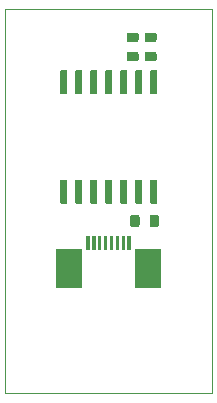
<source format=gtp>
G04 #@! TF.GenerationSoftware,KiCad,Pcbnew,(5.1.5-0-10_14)*
G04 #@! TF.CreationDate,2020-04-13T12:38:15+03:00*
G04 #@! TF.ProjectId,npa700-breakout-b1,6e706137-3030-42d6-9272-65616b6f7574,rev?*
G04 #@! TF.SameCoordinates,Original*
G04 #@! TF.FileFunction,Paste,Top*
G04 #@! TF.FilePolarity,Positive*
%FSLAX46Y46*%
G04 Gerber Fmt 4.6, Leading zero omitted, Abs format (unit mm)*
G04 Created by KiCad (PCBNEW (5.1.5-0-10_14)) date 2020-04-13 12:38:15*
%MOMM*%
%LPD*%
G04 APERTURE LIST*
%ADD10C,0.010000*%
%ADD11C,0.100000*%
G04 APERTURE END LIST*
D10*
X83250001Y-111000000D02*
X83250000Y-78490000D01*
X100750000Y-78490000D02*
X100749999Y-111000000D01*
X100750000Y-78490000D02*
X83250000Y-78490000D01*
X100749999Y-111000000D02*
X83250001Y-111000000D01*
D11*
G36*
X96077579Y-95890963D02*
G01*
X96096996Y-95893843D01*
X96116038Y-95898613D01*
X96134520Y-95905226D01*
X96152265Y-95913619D01*
X96169102Y-95923711D01*
X96184869Y-95935404D01*
X96199413Y-95948587D01*
X96212596Y-95963131D01*
X96224289Y-95978898D01*
X96234381Y-95995735D01*
X96242774Y-96013480D01*
X96249387Y-96031962D01*
X96254157Y-96051004D01*
X96257037Y-96070421D01*
X96258000Y-96090027D01*
X96258000Y-96709973D01*
X96257037Y-96729579D01*
X96254157Y-96748996D01*
X96249387Y-96768038D01*
X96242774Y-96786520D01*
X96234381Y-96804265D01*
X96224289Y-96821102D01*
X96212596Y-96836869D01*
X96199413Y-96851413D01*
X96184869Y-96864596D01*
X96169102Y-96876289D01*
X96152265Y-96886381D01*
X96134520Y-96894774D01*
X96116038Y-96901387D01*
X96096996Y-96906157D01*
X96077579Y-96909037D01*
X96057973Y-96910000D01*
X95668027Y-96910000D01*
X95648421Y-96909037D01*
X95629004Y-96906157D01*
X95609962Y-96901387D01*
X95591480Y-96894774D01*
X95573735Y-96886381D01*
X95556898Y-96876289D01*
X95541131Y-96864596D01*
X95526587Y-96851413D01*
X95513404Y-96836869D01*
X95501711Y-96821102D01*
X95491619Y-96804265D01*
X95483226Y-96786520D01*
X95476613Y-96768038D01*
X95471843Y-96748996D01*
X95468963Y-96729579D01*
X95468000Y-96709973D01*
X95468000Y-96090027D01*
X95468963Y-96070421D01*
X95471843Y-96051004D01*
X95476613Y-96031962D01*
X95483226Y-96013480D01*
X95491619Y-95995735D01*
X95501711Y-95978898D01*
X95513404Y-95963131D01*
X95526587Y-95948587D01*
X95541131Y-95935404D01*
X95556898Y-95923711D01*
X95573735Y-95913619D01*
X95591480Y-95905226D01*
X95609962Y-95898613D01*
X95629004Y-95893843D01*
X95648421Y-95890963D01*
X95668027Y-95890000D01*
X96057973Y-95890000D01*
X96077579Y-95890963D01*
G37*
G36*
X94447579Y-95890963D02*
G01*
X94466996Y-95893843D01*
X94486038Y-95898613D01*
X94504520Y-95905226D01*
X94522265Y-95913619D01*
X94539102Y-95923711D01*
X94554869Y-95935404D01*
X94569413Y-95948587D01*
X94582596Y-95963131D01*
X94594289Y-95978898D01*
X94604381Y-95995735D01*
X94612774Y-96013480D01*
X94619387Y-96031962D01*
X94624157Y-96051004D01*
X94627037Y-96070421D01*
X94628000Y-96090027D01*
X94628000Y-96709973D01*
X94627037Y-96729579D01*
X94624157Y-96748996D01*
X94619387Y-96768038D01*
X94612774Y-96786520D01*
X94604381Y-96804265D01*
X94594289Y-96821102D01*
X94582596Y-96836869D01*
X94569413Y-96851413D01*
X94554869Y-96864596D01*
X94539102Y-96876289D01*
X94522265Y-96886381D01*
X94504520Y-96894774D01*
X94486038Y-96901387D01*
X94466996Y-96906157D01*
X94447579Y-96909037D01*
X94427973Y-96910000D01*
X94038027Y-96910000D01*
X94018421Y-96909037D01*
X93999004Y-96906157D01*
X93979962Y-96901387D01*
X93961480Y-96894774D01*
X93943735Y-96886381D01*
X93926898Y-96876289D01*
X93911131Y-96864596D01*
X93896587Y-96851413D01*
X93883404Y-96836869D01*
X93871711Y-96821102D01*
X93861619Y-96804265D01*
X93853226Y-96786520D01*
X93846613Y-96768038D01*
X93841843Y-96748996D01*
X93838963Y-96729579D01*
X93838000Y-96709973D01*
X93838000Y-96090027D01*
X93838963Y-96070421D01*
X93841843Y-96051004D01*
X93846613Y-96031962D01*
X93853226Y-96013480D01*
X93861619Y-95995735D01*
X93871711Y-95978898D01*
X93883404Y-95963131D01*
X93896587Y-95948587D01*
X93911131Y-95935404D01*
X93926898Y-95923711D01*
X93943735Y-95913619D01*
X93961480Y-95905226D01*
X93979962Y-95898613D01*
X93999004Y-95893843D01*
X94018421Y-95890963D01*
X94038027Y-95890000D01*
X94427973Y-95890000D01*
X94447579Y-95890963D01*
G37*
G36*
X94361579Y-80458963D02*
G01*
X94380996Y-80461843D01*
X94400038Y-80466613D01*
X94418520Y-80473226D01*
X94436265Y-80481619D01*
X94453102Y-80491711D01*
X94468869Y-80503404D01*
X94483413Y-80516587D01*
X94496596Y-80531131D01*
X94508289Y-80546898D01*
X94518381Y-80563735D01*
X94526774Y-80581480D01*
X94533387Y-80599962D01*
X94538157Y-80619004D01*
X94541037Y-80638421D01*
X94542000Y-80658027D01*
X94542000Y-81047973D01*
X94541037Y-81067579D01*
X94538157Y-81086996D01*
X94533387Y-81106038D01*
X94526774Y-81124520D01*
X94518381Y-81142265D01*
X94508289Y-81159102D01*
X94496596Y-81174869D01*
X94483413Y-81189413D01*
X94468869Y-81202596D01*
X94453102Y-81214289D01*
X94436265Y-81224381D01*
X94418520Y-81232774D01*
X94400038Y-81239387D01*
X94380996Y-81244157D01*
X94361579Y-81247037D01*
X94341973Y-81248000D01*
X93722027Y-81248000D01*
X93702421Y-81247037D01*
X93683004Y-81244157D01*
X93663962Y-81239387D01*
X93645480Y-81232774D01*
X93627735Y-81224381D01*
X93610898Y-81214289D01*
X93595131Y-81202596D01*
X93580587Y-81189413D01*
X93567404Y-81174869D01*
X93555711Y-81159102D01*
X93545619Y-81142265D01*
X93537226Y-81124520D01*
X93530613Y-81106038D01*
X93525843Y-81086996D01*
X93522963Y-81067579D01*
X93522000Y-81047973D01*
X93522000Y-80658027D01*
X93522963Y-80638421D01*
X93525843Y-80619004D01*
X93530613Y-80599962D01*
X93537226Y-80581480D01*
X93545619Y-80563735D01*
X93555711Y-80546898D01*
X93567404Y-80531131D01*
X93580587Y-80516587D01*
X93595131Y-80503404D01*
X93610898Y-80491711D01*
X93627735Y-80481619D01*
X93645480Y-80473226D01*
X93663962Y-80466613D01*
X93683004Y-80461843D01*
X93702421Y-80458963D01*
X93722027Y-80458000D01*
X94341973Y-80458000D01*
X94361579Y-80458963D01*
G37*
G36*
X94361579Y-82088963D02*
G01*
X94380996Y-82091843D01*
X94400038Y-82096613D01*
X94418520Y-82103226D01*
X94436265Y-82111619D01*
X94453102Y-82121711D01*
X94468869Y-82133404D01*
X94483413Y-82146587D01*
X94496596Y-82161131D01*
X94508289Y-82176898D01*
X94518381Y-82193735D01*
X94526774Y-82211480D01*
X94533387Y-82229962D01*
X94538157Y-82249004D01*
X94541037Y-82268421D01*
X94542000Y-82288027D01*
X94542000Y-82677973D01*
X94541037Y-82697579D01*
X94538157Y-82716996D01*
X94533387Y-82736038D01*
X94526774Y-82754520D01*
X94518381Y-82772265D01*
X94508289Y-82789102D01*
X94496596Y-82804869D01*
X94483413Y-82819413D01*
X94468869Y-82832596D01*
X94453102Y-82844289D01*
X94436265Y-82854381D01*
X94418520Y-82862774D01*
X94400038Y-82869387D01*
X94380996Y-82874157D01*
X94361579Y-82877037D01*
X94341973Y-82878000D01*
X93722027Y-82878000D01*
X93702421Y-82877037D01*
X93683004Y-82874157D01*
X93663962Y-82869387D01*
X93645480Y-82862774D01*
X93627735Y-82854381D01*
X93610898Y-82844289D01*
X93595131Y-82832596D01*
X93580587Y-82819413D01*
X93567404Y-82804869D01*
X93555711Y-82789102D01*
X93545619Y-82772265D01*
X93537226Y-82754520D01*
X93530613Y-82736038D01*
X93525843Y-82716996D01*
X93522963Y-82697579D01*
X93522000Y-82677973D01*
X93522000Y-82288027D01*
X93522963Y-82268421D01*
X93525843Y-82249004D01*
X93530613Y-82229962D01*
X93537226Y-82211480D01*
X93545619Y-82193735D01*
X93555711Y-82176898D01*
X93567404Y-82161131D01*
X93580587Y-82146587D01*
X93595131Y-82133404D01*
X93610898Y-82121711D01*
X93627735Y-82111619D01*
X93645480Y-82103226D01*
X93663962Y-82096613D01*
X93683004Y-82091843D01*
X93702421Y-82088963D01*
X93722027Y-82088000D01*
X94341973Y-82088000D01*
X94361579Y-82088963D01*
G37*
G36*
X95885579Y-82088963D02*
G01*
X95904996Y-82091843D01*
X95924038Y-82096613D01*
X95942520Y-82103226D01*
X95960265Y-82111619D01*
X95977102Y-82121711D01*
X95992869Y-82133404D01*
X96007413Y-82146587D01*
X96020596Y-82161131D01*
X96032289Y-82176898D01*
X96042381Y-82193735D01*
X96050774Y-82211480D01*
X96057387Y-82229962D01*
X96062157Y-82249004D01*
X96065037Y-82268421D01*
X96066000Y-82288027D01*
X96066000Y-82677973D01*
X96065037Y-82697579D01*
X96062157Y-82716996D01*
X96057387Y-82736038D01*
X96050774Y-82754520D01*
X96042381Y-82772265D01*
X96032289Y-82789102D01*
X96020596Y-82804869D01*
X96007413Y-82819413D01*
X95992869Y-82832596D01*
X95977102Y-82844289D01*
X95960265Y-82854381D01*
X95942520Y-82862774D01*
X95924038Y-82869387D01*
X95904996Y-82874157D01*
X95885579Y-82877037D01*
X95865973Y-82878000D01*
X95246027Y-82878000D01*
X95226421Y-82877037D01*
X95207004Y-82874157D01*
X95187962Y-82869387D01*
X95169480Y-82862774D01*
X95151735Y-82854381D01*
X95134898Y-82844289D01*
X95119131Y-82832596D01*
X95104587Y-82819413D01*
X95091404Y-82804869D01*
X95079711Y-82789102D01*
X95069619Y-82772265D01*
X95061226Y-82754520D01*
X95054613Y-82736038D01*
X95049843Y-82716996D01*
X95046963Y-82697579D01*
X95046000Y-82677973D01*
X95046000Y-82288027D01*
X95046963Y-82268421D01*
X95049843Y-82249004D01*
X95054613Y-82229962D01*
X95061226Y-82211480D01*
X95069619Y-82193735D01*
X95079711Y-82176898D01*
X95091404Y-82161131D01*
X95104587Y-82146587D01*
X95119131Y-82133404D01*
X95134898Y-82121711D01*
X95151735Y-82111619D01*
X95169480Y-82103226D01*
X95187962Y-82096613D01*
X95207004Y-82091843D01*
X95226421Y-82088963D01*
X95246027Y-82088000D01*
X95865973Y-82088000D01*
X95885579Y-82088963D01*
G37*
G36*
X95885579Y-80458963D02*
G01*
X95904996Y-80461843D01*
X95924038Y-80466613D01*
X95942520Y-80473226D01*
X95960265Y-80481619D01*
X95977102Y-80491711D01*
X95992869Y-80503404D01*
X96007413Y-80516587D01*
X96020596Y-80531131D01*
X96032289Y-80546898D01*
X96042381Y-80563735D01*
X96050774Y-80581480D01*
X96057387Y-80599962D01*
X96062157Y-80619004D01*
X96065037Y-80638421D01*
X96066000Y-80658027D01*
X96066000Y-81047973D01*
X96065037Y-81067579D01*
X96062157Y-81086996D01*
X96057387Y-81106038D01*
X96050774Y-81124520D01*
X96042381Y-81142265D01*
X96032289Y-81159102D01*
X96020596Y-81174869D01*
X96007413Y-81189413D01*
X95992869Y-81202596D01*
X95977102Y-81214289D01*
X95960265Y-81224381D01*
X95942520Y-81232774D01*
X95924038Y-81239387D01*
X95904996Y-81244157D01*
X95885579Y-81247037D01*
X95865973Y-81248000D01*
X95246027Y-81248000D01*
X95226421Y-81247037D01*
X95207004Y-81244157D01*
X95187962Y-81239387D01*
X95169480Y-81232774D01*
X95151735Y-81224381D01*
X95134898Y-81214289D01*
X95119131Y-81202596D01*
X95104587Y-81189413D01*
X95091404Y-81174869D01*
X95079711Y-81159102D01*
X95069619Y-81142265D01*
X95061226Y-81124520D01*
X95054613Y-81106038D01*
X95049843Y-81086996D01*
X95046963Y-81067579D01*
X95046000Y-81047973D01*
X95046000Y-80658027D01*
X95046963Y-80638421D01*
X95049843Y-80619004D01*
X95054613Y-80599962D01*
X95061226Y-80581480D01*
X95069619Y-80563735D01*
X95079711Y-80546898D01*
X95091404Y-80531131D01*
X95104587Y-80516587D01*
X95119131Y-80503404D01*
X95134898Y-80491711D01*
X95151735Y-80481619D01*
X95169480Y-80473226D01*
X95187962Y-80466613D01*
X95207004Y-80461843D01*
X95226421Y-80458963D01*
X95246027Y-80458000D01*
X95865973Y-80458000D01*
X95885579Y-80458963D01*
G37*
G36*
X88354703Y-92913722D02*
G01*
X88369264Y-92915882D01*
X88383543Y-92919459D01*
X88397403Y-92924418D01*
X88410710Y-92930712D01*
X88423336Y-92938280D01*
X88435159Y-92947048D01*
X88446066Y-92956934D01*
X88455952Y-92967841D01*
X88464720Y-92979664D01*
X88472288Y-92992290D01*
X88478582Y-93005597D01*
X88483541Y-93019457D01*
X88487118Y-93033736D01*
X88489278Y-93048297D01*
X88490000Y-93063000D01*
X88490000Y-94813000D01*
X88489278Y-94827703D01*
X88487118Y-94842264D01*
X88483541Y-94856543D01*
X88478582Y-94870403D01*
X88472288Y-94883710D01*
X88464720Y-94896336D01*
X88455952Y-94908159D01*
X88446066Y-94919066D01*
X88435159Y-94928952D01*
X88423336Y-94937720D01*
X88410710Y-94945288D01*
X88397403Y-94951582D01*
X88383543Y-94956541D01*
X88369264Y-94960118D01*
X88354703Y-94962278D01*
X88340000Y-94963000D01*
X88040000Y-94963000D01*
X88025297Y-94962278D01*
X88010736Y-94960118D01*
X87996457Y-94956541D01*
X87982597Y-94951582D01*
X87969290Y-94945288D01*
X87956664Y-94937720D01*
X87944841Y-94928952D01*
X87933934Y-94919066D01*
X87924048Y-94908159D01*
X87915280Y-94896336D01*
X87907712Y-94883710D01*
X87901418Y-94870403D01*
X87896459Y-94856543D01*
X87892882Y-94842264D01*
X87890722Y-94827703D01*
X87890000Y-94813000D01*
X87890000Y-93063000D01*
X87890722Y-93048297D01*
X87892882Y-93033736D01*
X87896459Y-93019457D01*
X87901418Y-93005597D01*
X87907712Y-92992290D01*
X87915280Y-92979664D01*
X87924048Y-92967841D01*
X87933934Y-92956934D01*
X87944841Y-92947048D01*
X87956664Y-92938280D01*
X87969290Y-92930712D01*
X87982597Y-92924418D01*
X87996457Y-92919459D01*
X88010736Y-92915882D01*
X88025297Y-92913722D01*
X88040000Y-92913000D01*
X88340000Y-92913000D01*
X88354703Y-92913722D01*
G37*
G36*
X89624703Y-92913722D02*
G01*
X89639264Y-92915882D01*
X89653543Y-92919459D01*
X89667403Y-92924418D01*
X89680710Y-92930712D01*
X89693336Y-92938280D01*
X89705159Y-92947048D01*
X89716066Y-92956934D01*
X89725952Y-92967841D01*
X89734720Y-92979664D01*
X89742288Y-92992290D01*
X89748582Y-93005597D01*
X89753541Y-93019457D01*
X89757118Y-93033736D01*
X89759278Y-93048297D01*
X89760000Y-93063000D01*
X89760000Y-94813000D01*
X89759278Y-94827703D01*
X89757118Y-94842264D01*
X89753541Y-94856543D01*
X89748582Y-94870403D01*
X89742288Y-94883710D01*
X89734720Y-94896336D01*
X89725952Y-94908159D01*
X89716066Y-94919066D01*
X89705159Y-94928952D01*
X89693336Y-94937720D01*
X89680710Y-94945288D01*
X89667403Y-94951582D01*
X89653543Y-94956541D01*
X89639264Y-94960118D01*
X89624703Y-94962278D01*
X89610000Y-94963000D01*
X89310000Y-94963000D01*
X89295297Y-94962278D01*
X89280736Y-94960118D01*
X89266457Y-94956541D01*
X89252597Y-94951582D01*
X89239290Y-94945288D01*
X89226664Y-94937720D01*
X89214841Y-94928952D01*
X89203934Y-94919066D01*
X89194048Y-94908159D01*
X89185280Y-94896336D01*
X89177712Y-94883710D01*
X89171418Y-94870403D01*
X89166459Y-94856543D01*
X89162882Y-94842264D01*
X89160722Y-94827703D01*
X89160000Y-94813000D01*
X89160000Y-93063000D01*
X89160722Y-93048297D01*
X89162882Y-93033736D01*
X89166459Y-93019457D01*
X89171418Y-93005597D01*
X89177712Y-92992290D01*
X89185280Y-92979664D01*
X89194048Y-92967841D01*
X89203934Y-92956934D01*
X89214841Y-92947048D01*
X89226664Y-92938280D01*
X89239290Y-92930712D01*
X89252597Y-92924418D01*
X89266457Y-92919459D01*
X89280736Y-92915882D01*
X89295297Y-92913722D01*
X89310000Y-92913000D01*
X89610000Y-92913000D01*
X89624703Y-92913722D01*
G37*
G36*
X90894703Y-92913722D02*
G01*
X90909264Y-92915882D01*
X90923543Y-92919459D01*
X90937403Y-92924418D01*
X90950710Y-92930712D01*
X90963336Y-92938280D01*
X90975159Y-92947048D01*
X90986066Y-92956934D01*
X90995952Y-92967841D01*
X91004720Y-92979664D01*
X91012288Y-92992290D01*
X91018582Y-93005597D01*
X91023541Y-93019457D01*
X91027118Y-93033736D01*
X91029278Y-93048297D01*
X91030000Y-93063000D01*
X91030000Y-94813000D01*
X91029278Y-94827703D01*
X91027118Y-94842264D01*
X91023541Y-94856543D01*
X91018582Y-94870403D01*
X91012288Y-94883710D01*
X91004720Y-94896336D01*
X90995952Y-94908159D01*
X90986066Y-94919066D01*
X90975159Y-94928952D01*
X90963336Y-94937720D01*
X90950710Y-94945288D01*
X90937403Y-94951582D01*
X90923543Y-94956541D01*
X90909264Y-94960118D01*
X90894703Y-94962278D01*
X90880000Y-94963000D01*
X90580000Y-94963000D01*
X90565297Y-94962278D01*
X90550736Y-94960118D01*
X90536457Y-94956541D01*
X90522597Y-94951582D01*
X90509290Y-94945288D01*
X90496664Y-94937720D01*
X90484841Y-94928952D01*
X90473934Y-94919066D01*
X90464048Y-94908159D01*
X90455280Y-94896336D01*
X90447712Y-94883710D01*
X90441418Y-94870403D01*
X90436459Y-94856543D01*
X90432882Y-94842264D01*
X90430722Y-94827703D01*
X90430000Y-94813000D01*
X90430000Y-93063000D01*
X90430722Y-93048297D01*
X90432882Y-93033736D01*
X90436459Y-93019457D01*
X90441418Y-93005597D01*
X90447712Y-92992290D01*
X90455280Y-92979664D01*
X90464048Y-92967841D01*
X90473934Y-92956934D01*
X90484841Y-92947048D01*
X90496664Y-92938280D01*
X90509290Y-92930712D01*
X90522597Y-92924418D01*
X90536457Y-92919459D01*
X90550736Y-92915882D01*
X90565297Y-92913722D01*
X90580000Y-92913000D01*
X90880000Y-92913000D01*
X90894703Y-92913722D01*
G37*
G36*
X92164703Y-92913722D02*
G01*
X92179264Y-92915882D01*
X92193543Y-92919459D01*
X92207403Y-92924418D01*
X92220710Y-92930712D01*
X92233336Y-92938280D01*
X92245159Y-92947048D01*
X92256066Y-92956934D01*
X92265952Y-92967841D01*
X92274720Y-92979664D01*
X92282288Y-92992290D01*
X92288582Y-93005597D01*
X92293541Y-93019457D01*
X92297118Y-93033736D01*
X92299278Y-93048297D01*
X92300000Y-93063000D01*
X92300000Y-94813000D01*
X92299278Y-94827703D01*
X92297118Y-94842264D01*
X92293541Y-94856543D01*
X92288582Y-94870403D01*
X92282288Y-94883710D01*
X92274720Y-94896336D01*
X92265952Y-94908159D01*
X92256066Y-94919066D01*
X92245159Y-94928952D01*
X92233336Y-94937720D01*
X92220710Y-94945288D01*
X92207403Y-94951582D01*
X92193543Y-94956541D01*
X92179264Y-94960118D01*
X92164703Y-94962278D01*
X92150000Y-94963000D01*
X91850000Y-94963000D01*
X91835297Y-94962278D01*
X91820736Y-94960118D01*
X91806457Y-94956541D01*
X91792597Y-94951582D01*
X91779290Y-94945288D01*
X91766664Y-94937720D01*
X91754841Y-94928952D01*
X91743934Y-94919066D01*
X91734048Y-94908159D01*
X91725280Y-94896336D01*
X91717712Y-94883710D01*
X91711418Y-94870403D01*
X91706459Y-94856543D01*
X91702882Y-94842264D01*
X91700722Y-94827703D01*
X91700000Y-94813000D01*
X91700000Y-93063000D01*
X91700722Y-93048297D01*
X91702882Y-93033736D01*
X91706459Y-93019457D01*
X91711418Y-93005597D01*
X91717712Y-92992290D01*
X91725280Y-92979664D01*
X91734048Y-92967841D01*
X91743934Y-92956934D01*
X91754841Y-92947048D01*
X91766664Y-92938280D01*
X91779290Y-92930712D01*
X91792597Y-92924418D01*
X91806457Y-92919459D01*
X91820736Y-92915882D01*
X91835297Y-92913722D01*
X91850000Y-92913000D01*
X92150000Y-92913000D01*
X92164703Y-92913722D01*
G37*
G36*
X93434703Y-92913722D02*
G01*
X93449264Y-92915882D01*
X93463543Y-92919459D01*
X93477403Y-92924418D01*
X93490710Y-92930712D01*
X93503336Y-92938280D01*
X93515159Y-92947048D01*
X93526066Y-92956934D01*
X93535952Y-92967841D01*
X93544720Y-92979664D01*
X93552288Y-92992290D01*
X93558582Y-93005597D01*
X93563541Y-93019457D01*
X93567118Y-93033736D01*
X93569278Y-93048297D01*
X93570000Y-93063000D01*
X93570000Y-94813000D01*
X93569278Y-94827703D01*
X93567118Y-94842264D01*
X93563541Y-94856543D01*
X93558582Y-94870403D01*
X93552288Y-94883710D01*
X93544720Y-94896336D01*
X93535952Y-94908159D01*
X93526066Y-94919066D01*
X93515159Y-94928952D01*
X93503336Y-94937720D01*
X93490710Y-94945288D01*
X93477403Y-94951582D01*
X93463543Y-94956541D01*
X93449264Y-94960118D01*
X93434703Y-94962278D01*
X93420000Y-94963000D01*
X93120000Y-94963000D01*
X93105297Y-94962278D01*
X93090736Y-94960118D01*
X93076457Y-94956541D01*
X93062597Y-94951582D01*
X93049290Y-94945288D01*
X93036664Y-94937720D01*
X93024841Y-94928952D01*
X93013934Y-94919066D01*
X93004048Y-94908159D01*
X92995280Y-94896336D01*
X92987712Y-94883710D01*
X92981418Y-94870403D01*
X92976459Y-94856543D01*
X92972882Y-94842264D01*
X92970722Y-94827703D01*
X92970000Y-94813000D01*
X92970000Y-93063000D01*
X92970722Y-93048297D01*
X92972882Y-93033736D01*
X92976459Y-93019457D01*
X92981418Y-93005597D01*
X92987712Y-92992290D01*
X92995280Y-92979664D01*
X93004048Y-92967841D01*
X93013934Y-92956934D01*
X93024841Y-92947048D01*
X93036664Y-92938280D01*
X93049290Y-92930712D01*
X93062597Y-92924418D01*
X93076457Y-92919459D01*
X93090736Y-92915882D01*
X93105297Y-92913722D01*
X93120000Y-92913000D01*
X93420000Y-92913000D01*
X93434703Y-92913722D01*
G37*
G36*
X94704703Y-92913722D02*
G01*
X94719264Y-92915882D01*
X94733543Y-92919459D01*
X94747403Y-92924418D01*
X94760710Y-92930712D01*
X94773336Y-92938280D01*
X94785159Y-92947048D01*
X94796066Y-92956934D01*
X94805952Y-92967841D01*
X94814720Y-92979664D01*
X94822288Y-92992290D01*
X94828582Y-93005597D01*
X94833541Y-93019457D01*
X94837118Y-93033736D01*
X94839278Y-93048297D01*
X94840000Y-93063000D01*
X94840000Y-94813000D01*
X94839278Y-94827703D01*
X94837118Y-94842264D01*
X94833541Y-94856543D01*
X94828582Y-94870403D01*
X94822288Y-94883710D01*
X94814720Y-94896336D01*
X94805952Y-94908159D01*
X94796066Y-94919066D01*
X94785159Y-94928952D01*
X94773336Y-94937720D01*
X94760710Y-94945288D01*
X94747403Y-94951582D01*
X94733543Y-94956541D01*
X94719264Y-94960118D01*
X94704703Y-94962278D01*
X94690000Y-94963000D01*
X94390000Y-94963000D01*
X94375297Y-94962278D01*
X94360736Y-94960118D01*
X94346457Y-94956541D01*
X94332597Y-94951582D01*
X94319290Y-94945288D01*
X94306664Y-94937720D01*
X94294841Y-94928952D01*
X94283934Y-94919066D01*
X94274048Y-94908159D01*
X94265280Y-94896336D01*
X94257712Y-94883710D01*
X94251418Y-94870403D01*
X94246459Y-94856543D01*
X94242882Y-94842264D01*
X94240722Y-94827703D01*
X94240000Y-94813000D01*
X94240000Y-93063000D01*
X94240722Y-93048297D01*
X94242882Y-93033736D01*
X94246459Y-93019457D01*
X94251418Y-93005597D01*
X94257712Y-92992290D01*
X94265280Y-92979664D01*
X94274048Y-92967841D01*
X94283934Y-92956934D01*
X94294841Y-92947048D01*
X94306664Y-92938280D01*
X94319290Y-92930712D01*
X94332597Y-92924418D01*
X94346457Y-92919459D01*
X94360736Y-92915882D01*
X94375297Y-92913722D01*
X94390000Y-92913000D01*
X94690000Y-92913000D01*
X94704703Y-92913722D01*
G37*
G36*
X95974703Y-92913722D02*
G01*
X95989264Y-92915882D01*
X96003543Y-92919459D01*
X96017403Y-92924418D01*
X96030710Y-92930712D01*
X96043336Y-92938280D01*
X96055159Y-92947048D01*
X96066066Y-92956934D01*
X96075952Y-92967841D01*
X96084720Y-92979664D01*
X96092288Y-92992290D01*
X96098582Y-93005597D01*
X96103541Y-93019457D01*
X96107118Y-93033736D01*
X96109278Y-93048297D01*
X96110000Y-93063000D01*
X96110000Y-94813000D01*
X96109278Y-94827703D01*
X96107118Y-94842264D01*
X96103541Y-94856543D01*
X96098582Y-94870403D01*
X96092288Y-94883710D01*
X96084720Y-94896336D01*
X96075952Y-94908159D01*
X96066066Y-94919066D01*
X96055159Y-94928952D01*
X96043336Y-94937720D01*
X96030710Y-94945288D01*
X96017403Y-94951582D01*
X96003543Y-94956541D01*
X95989264Y-94960118D01*
X95974703Y-94962278D01*
X95960000Y-94963000D01*
X95660000Y-94963000D01*
X95645297Y-94962278D01*
X95630736Y-94960118D01*
X95616457Y-94956541D01*
X95602597Y-94951582D01*
X95589290Y-94945288D01*
X95576664Y-94937720D01*
X95564841Y-94928952D01*
X95553934Y-94919066D01*
X95544048Y-94908159D01*
X95535280Y-94896336D01*
X95527712Y-94883710D01*
X95521418Y-94870403D01*
X95516459Y-94856543D01*
X95512882Y-94842264D01*
X95510722Y-94827703D01*
X95510000Y-94813000D01*
X95510000Y-93063000D01*
X95510722Y-93048297D01*
X95512882Y-93033736D01*
X95516459Y-93019457D01*
X95521418Y-93005597D01*
X95527712Y-92992290D01*
X95535280Y-92979664D01*
X95544048Y-92967841D01*
X95553934Y-92956934D01*
X95564841Y-92947048D01*
X95576664Y-92938280D01*
X95589290Y-92930712D01*
X95602597Y-92924418D01*
X95616457Y-92919459D01*
X95630736Y-92915882D01*
X95645297Y-92913722D01*
X95660000Y-92913000D01*
X95960000Y-92913000D01*
X95974703Y-92913722D01*
G37*
G36*
X95974703Y-83613722D02*
G01*
X95989264Y-83615882D01*
X96003543Y-83619459D01*
X96017403Y-83624418D01*
X96030710Y-83630712D01*
X96043336Y-83638280D01*
X96055159Y-83647048D01*
X96066066Y-83656934D01*
X96075952Y-83667841D01*
X96084720Y-83679664D01*
X96092288Y-83692290D01*
X96098582Y-83705597D01*
X96103541Y-83719457D01*
X96107118Y-83733736D01*
X96109278Y-83748297D01*
X96110000Y-83763000D01*
X96110000Y-85513000D01*
X96109278Y-85527703D01*
X96107118Y-85542264D01*
X96103541Y-85556543D01*
X96098582Y-85570403D01*
X96092288Y-85583710D01*
X96084720Y-85596336D01*
X96075952Y-85608159D01*
X96066066Y-85619066D01*
X96055159Y-85628952D01*
X96043336Y-85637720D01*
X96030710Y-85645288D01*
X96017403Y-85651582D01*
X96003543Y-85656541D01*
X95989264Y-85660118D01*
X95974703Y-85662278D01*
X95960000Y-85663000D01*
X95660000Y-85663000D01*
X95645297Y-85662278D01*
X95630736Y-85660118D01*
X95616457Y-85656541D01*
X95602597Y-85651582D01*
X95589290Y-85645288D01*
X95576664Y-85637720D01*
X95564841Y-85628952D01*
X95553934Y-85619066D01*
X95544048Y-85608159D01*
X95535280Y-85596336D01*
X95527712Y-85583710D01*
X95521418Y-85570403D01*
X95516459Y-85556543D01*
X95512882Y-85542264D01*
X95510722Y-85527703D01*
X95510000Y-85513000D01*
X95510000Y-83763000D01*
X95510722Y-83748297D01*
X95512882Y-83733736D01*
X95516459Y-83719457D01*
X95521418Y-83705597D01*
X95527712Y-83692290D01*
X95535280Y-83679664D01*
X95544048Y-83667841D01*
X95553934Y-83656934D01*
X95564841Y-83647048D01*
X95576664Y-83638280D01*
X95589290Y-83630712D01*
X95602597Y-83624418D01*
X95616457Y-83619459D01*
X95630736Y-83615882D01*
X95645297Y-83613722D01*
X95660000Y-83613000D01*
X95960000Y-83613000D01*
X95974703Y-83613722D01*
G37*
G36*
X94704703Y-83613722D02*
G01*
X94719264Y-83615882D01*
X94733543Y-83619459D01*
X94747403Y-83624418D01*
X94760710Y-83630712D01*
X94773336Y-83638280D01*
X94785159Y-83647048D01*
X94796066Y-83656934D01*
X94805952Y-83667841D01*
X94814720Y-83679664D01*
X94822288Y-83692290D01*
X94828582Y-83705597D01*
X94833541Y-83719457D01*
X94837118Y-83733736D01*
X94839278Y-83748297D01*
X94840000Y-83763000D01*
X94840000Y-85513000D01*
X94839278Y-85527703D01*
X94837118Y-85542264D01*
X94833541Y-85556543D01*
X94828582Y-85570403D01*
X94822288Y-85583710D01*
X94814720Y-85596336D01*
X94805952Y-85608159D01*
X94796066Y-85619066D01*
X94785159Y-85628952D01*
X94773336Y-85637720D01*
X94760710Y-85645288D01*
X94747403Y-85651582D01*
X94733543Y-85656541D01*
X94719264Y-85660118D01*
X94704703Y-85662278D01*
X94690000Y-85663000D01*
X94390000Y-85663000D01*
X94375297Y-85662278D01*
X94360736Y-85660118D01*
X94346457Y-85656541D01*
X94332597Y-85651582D01*
X94319290Y-85645288D01*
X94306664Y-85637720D01*
X94294841Y-85628952D01*
X94283934Y-85619066D01*
X94274048Y-85608159D01*
X94265280Y-85596336D01*
X94257712Y-85583710D01*
X94251418Y-85570403D01*
X94246459Y-85556543D01*
X94242882Y-85542264D01*
X94240722Y-85527703D01*
X94240000Y-85513000D01*
X94240000Y-83763000D01*
X94240722Y-83748297D01*
X94242882Y-83733736D01*
X94246459Y-83719457D01*
X94251418Y-83705597D01*
X94257712Y-83692290D01*
X94265280Y-83679664D01*
X94274048Y-83667841D01*
X94283934Y-83656934D01*
X94294841Y-83647048D01*
X94306664Y-83638280D01*
X94319290Y-83630712D01*
X94332597Y-83624418D01*
X94346457Y-83619459D01*
X94360736Y-83615882D01*
X94375297Y-83613722D01*
X94390000Y-83613000D01*
X94690000Y-83613000D01*
X94704703Y-83613722D01*
G37*
G36*
X93434703Y-83613722D02*
G01*
X93449264Y-83615882D01*
X93463543Y-83619459D01*
X93477403Y-83624418D01*
X93490710Y-83630712D01*
X93503336Y-83638280D01*
X93515159Y-83647048D01*
X93526066Y-83656934D01*
X93535952Y-83667841D01*
X93544720Y-83679664D01*
X93552288Y-83692290D01*
X93558582Y-83705597D01*
X93563541Y-83719457D01*
X93567118Y-83733736D01*
X93569278Y-83748297D01*
X93570000Y-83763000D01*
X93570000Y-85513000D01*
X93569278Y-85527703D01*
X93567118Y-85542264D01*
X93563541Y-85556543D01*
X93558582Y-85570403D01*
X93552288Y-85583710D01*
X93544720Y-85596336D01*
X93535952Y-85608159D01*
X93526066Y-85619066D01*
X93515159Y-85628952D01*
X93503336Y-85637720D01*
X93490710Y-85645288D01*
X93477403Y-85651582D01*
X93463543Y-85656541D01*
X93449264Y-85660118D01*
X93434703Y-85662278D01*
X93420000Y-85663000D01*
X93120000Y-85663000D01*
X93105297Y-85662278D01*
X93090736Y-85660118D01*
X93076457Y-85656541D01*
X93062597Y-85651582D01*
X93049290Y-85645288D01*
X93036664Y-85637720D01*
X93024841Y-85628952D01*
X93013934Y-85619066D01*
X93004048Y-85608159D01*
X92995280Y-85596336D01*
X92987712Y-85583710D01*
X92981418Y-85570403D01*
X92976459Y-85556543D01*
X92972882Y-85542264D01*
X92970722Y-85527703D01*
X92970000Y-85513000D01*
X92970000Y-83763000D01*
X92970722Y-83748297D01*
X92972882Y-83733736D01*
X92976459Y-83719457D01*
X92981418Y-83705597D01*
X92987712Y-83692290D01*
X92995280Y-83679664D01*
X93004048Y-83667841D01*
X93013934Y-83656934D01*
X93024841Y-83647048D01*
X93036664Y-83638280D01*
X93049290Y-83630712D01*
X93062597Y-83624418D01*
X93076457Y-83619459D01*
X93090736Y-83615882D01*
X93105297Y-83613722D01*
X93120000Y-83613000D01*
X93420000Y-83613000D01*
X93434703Y-83613722D01*
G37*
G36*
X92164703Y-83613722D02*
G01*
X92179264Y-83615882D01*
X92193543Y-83619459D01*
X92207403Y-83624418D01*
X92220710Y-83630712D01*
X92233336Y-83638280D01*
X92245159Y-83647048D01*
X92256066Y-83656934D01*
X92265952Y-83667841D01*
X92274720Y-83679664D01*
X92282288Y-83692290D01*
X92288582Y-83705597D01*
X92293541Y-83719457D01*
X92297118Y-83733736D01*
X92299278Y-83748297D01*
X92300000Y-83763000D01*
X92300000Y-85513000D01*
X92299278Y-85527703D01*
X92297118Y-85542264D01*
X92293541Y-85556543D01*
X92288582Y-85570403D01*
X92282288Y-85583710D01*
X92274720Y-85596336D01*
X92265952Y-85608159D01*
X92256066Y-85619066D01*
X92245159Y-85628952D01*
X92233336Y-85637720D01*
X92220710Y-85645288D01*
X92207403Y-85651582D01*
X92193543Y-85656541D01*
X92179264Y-85660118D01*
X92164703Y-85662278D01*
X92150000Y-85663000D01*
X91850000Y-85663000D01*
X91835297Y-85662278D01*
X91820736Y-85660118D01*
X91806457Y-85656541D01*
X91792597Y-85651582D01*
X91779290Y-85645288D01*
X91766664Y-85637720D01*
X91754841Y-85628952D01*
X91743934Y-85619066D01*
X91734048Y-85608159D01*
X91725280Y-85596336D01*
X91717712Y-85583710D01*
X91711418Y-85570403D01*
X91706459Y-85556543D01*
X91702882Y-85542264D01*
X91700722Y-85527703D01*
X91700000Y-85513000D01*
X91700000Y-83763000D01*
X91700722Y-83748297D01*
X91702882Y-83733736D01*
X91706459Y-83719457D01*
X91711418Y-83705597D01*
X91717712Y-83692290D01*
X91725280Y-83679664D01*
X91734048Y-83667841D01*
X91743934Y-83656934D01*
X91754841Y-83647048D01*
X91766664Y-83638280D01*
X91779290Y-83630712D01*
X91792597Y-83624418D01*
X91806457Y-83619459D01*
X91820736Y-83615882D01*
X91835297Y-83613722D01*
X91850000Y-83613000D01*
X92150000Y-83613000D01*
X92164703Y-83613722D01*
G37*
G36*
X90894703Y-83613722D02*
G01*
X90909264Y-83615882D01*
X90923543Y-83619459D01*
X90937403Y-83624418D01*
X90950710Y-83630712D01*
X90963336Y-83638280D01*
X90975159Y-83647048D01*
X90986066Y-83656934D01*
X90995952Y-83667841D01*
X91004720Y-83679664D01*
X91012288Y-83692290D01*
X91018582Y-83705597D01*
X91023541Y-83719457D01*
X91027118Y-83733736D01*
X91029278Y-83748297D01*
X91030000Y-83763000D01*
X91030000Y-85513000D01*
X91029278Y-85527703D01*
X91027118Y-85542264D01*
X91023541Y-85556543D01*
X91018582Y-85570403D01*
X91012288Y-85583710D01*
X91004720Y-85596336D01*
X90995952Y-85608159D01*
X90986066Y-85619066D01*
X90975159Y-85628952D01*
X90963336Y-85637720D01*
X90950710Y-85645288D01*
X90937403Y-85651582D01*
X90923543Y-85656541D01*
X90909264Y-85660118D01*
X90894703Y-85662278D01*
X90880000Y-85663000D01*
X90580000Y-85663000D01*
X90565297Y-85662278D01*
X90550736Y-85660118D01*
X90536457Y-85656541D01*
X90522597Y-85651582D01*
X90509290Y-85645288D01*
X90496664Y-85637720D01*
X90484841Y-85628952D01*
X90473934Y-85619066D01*
X90464048Y-85608159D01*
X90455280Y-85596336D01*
X90447712Y-85583710D01*
X90441418Y-85570403D01*
X90436459Y-85556543D01*
X90432882Y-85542264D01*
X90430722Y-85527703D01*
X90430000Y-85513000D01*
X90430000Y-83763000D01*
X90430722Y-83748297D01*
X90432882Y-83733736D01*
X90436459Y-83719457D01*
X90441418Y-83705597D01*
X90447712Y-83692290D01*
X90455280Y-83679664D01*
X90464048Y-83667841D01*
X90473934Y-83656934D01*
X90484841Y-83647048D01*
X90496664Y-83638280D01*
X90509290Y-83630712D01*
X90522597Y-83624418D01*
X90536457Y-83619459D01*
X90550736Y-83615882D01*
X90565297Y-83613722D01*
X90580000Y-83613000D01*
X90880000Y-83613000D01*
X90894703Y-83613722D01*
G37*
G36*
X89624703Y-83613722D02*
G01*
X89639264Y-83615882D01*
X89653543Y-83619459D01*
X89667403Y-83624418D01*
X89680710Y-83630712D01*
X89693336Y-83638280D01*
X89705159Y-83647048D01*
X89716066Y-83656934D01*
X89725952Y-83667841D01*
X89734720Y-83679664D01*
X89742288Y-83692290D01*
X89748582Y-83705597D01*
X89753541Y-83719457D01*
X89757118Y-83733736D01*
X89759278Y-83748297D01*
X89760000Y-83763000D01*
X89760000Y-85513000D01*
X89759278Y-85527703D01*
X89757118Y-85542264D01*
X89753541Y-85556543D01*
X89748582Y-85570403D01*
X89742288Y-85583710D01*
X89734720Y-85596336D01*
X89725952Y-85608159D01*
X89716066Y-85619066D01*
X89705159Y-85628952D01*
X89693336Y-85637720D01*
X89680710Y-85645288D01*
X89667403Y-85651582D01*
X89653543Y-85656541D01*
X89639264Y-85660118D01*
X89624703Y-85662278D01*
X89610000Y-85663000D01*
X89310000Y-85663000D01*
X89295297Y-85662278D01*
X89280736Y-85660118D01*
X89266457Y-85656541D01*
X89252597Y-85651582D01*
X89239290Y-85645288D01*
X89226664Y-85637720D01*
X89214841Y-85628952D01*
X89203934Y-85619066D01*
X89194048Y-85608159D01*
X89185280Y-85596336D01*
X89177712Y-85583710D01*
X89171418Y-85570403D01*
X89166459Y-85556543D01*
X89162882Y-85542264D01*
X89160722Y-85527703D01*
X89160000Y-85513000D01*
X89160000Y-83763000D01*
X89160722Y-83748297D01*
X89162882Y-83733736D01*
X89166459Y-83719457D01*
X89171418Y-83705597D01*
X89177712Y-83692290D01*
X89185280Y-83679664D01*
X89194048Y-83667841D01*
X89203934Y-83656934D01*
X89214841Y-83647048D01*
X89226664Y-83638280D01*
X89239290Y-83630712D01*
X89252597Y-83624418D01*
X89266457Y-83619459D01*
X89280736Y-83615882D01*
X89295297Y-83613722D01*
X89310000Y-83613000D01*
X89610000Y-83613000D01*
X89624703Y-83613722D01*
G37*
G36*
X88354703Y-83613722D02*
G01*
X88369264Y-83615882D01*
X88383543Y-83619459D01*
X88397403Y-83624418D01*
X88410710Y-83630712D01*
X88423336Y-83638280D01*
X88435159Y-83647048D01*
X88446066Y-83656934D01*
X88455952Y-83667841D01*
X88464720Y-83679664D01*
X88472288Y-83692290D01*
X88478582Y-83705597D01*
X88483541Y-83719457D01*
X88487118Y-83733736D01*
X88489278Y-83748297D01*
X88490000Y-83763000D01*
X88490000Y-85513000D01*
X88489278Y-85527703D01*
X88487118Y-85542264D01*
X88483541Y-85556543D01*
X88478582Y-85570403D01*
X88472288Y-85583710D01*
X88464720Y-85596336D01*
X88455952Y-85608159D01*
X88446066Y-85619066D01*
X88435159Y-85628952D01*
X88423336Y-85637720D01*
X88410710Y-85645288D01*
X88397403Y-85651582D01*
X88383543Y-85656541D01*
X88369264Y-85660118D01*
X88354703Y-85662278D01*
X88340000Y-85663000D01*
X88040000Y-85663000D01*
X88025297Y-85662278D01*
X88010736Y-85660118D01*
X87996457Y-85656541D01*
X87982597Y-85651582D01*
X87969290Y-85645288D01*
X87956664Y-85637720D01*
X87944841Y-85628952D01*
X87933934Y-85619066D01*
X87924048Y-85608159D01*
X87915280Y-85596336D01*
X87907712Y-85583710D01*
X87901418Y-85570403D01*
X87896459Y-85556543D01*
X87892882Y-85542264D01*
X87890722Y-85527703D01*
X87890000Y-85513000D01*
X87890000Y-83763000D01*
X87890722Y-83748297D01*
X87892882Y-83733736D01*
X87896459Y-83719457D01*
X87901418Y-83705597D01*
X87907712Y-83692290D01*
X87915280Y-83679664D01*
X87924048Y-83667841D01*
X87933934Y-83656934D01*
X87944841Y-83647048D01*
X87956664Y-83638280D01*
X87969290Y-83630712D01*
X87982597Y-83624418D01*
X87996457Y-83619459D01*
X88010736Y-83615882D01*
X88025297Y-83613722D01*
X88040000Y-83613000D01*
X88340000Y-83613000D01*
X88354703Y-83613722D01*
G37*
G36*
X90354811Y-97664241D02*
G01*
X90359674Y-97664963D01*
X90364443Y-97666157D01*
X90369072Y-97667814D01*
X90373517Y-97669916D01*
X90377734Y-97672443D01*
X90381683Y-97675372D01*
X90385326Y-97678674D01*
X90388628Y-97682317D01*
X90391557Y-97686266D01*
X90394084Y-97690483D01*
X90396186Y-97694928D01*
X90397843Y-97699557D01*
X90399037Y-97704326D01*
X90399759Y-97709189D01*
X90400000Y-97714100D01*
X90400000Y-98813900D01*
X90399759Y-98818811D01*
X90399037Y-98823674D01*
X90397843Y-98828443D01*
X90396186Y-98833072D01*
X90394084Y-98837517D01*
X90391557Y-98841734D01*
X90388628Y-98845683D01*
X90385326Y-98849326D01*
X90381683Y-98852628D01*
X90377734Y-98855557D01*
X90373517Y-98858084D01*
X90369072Y-98860186D01*
X90364443Y-98861843D01*
X90359674Y-98863037D01*
X90354811Y-98863759D01*
X90349900Y-98864000D01*
X90150100Y-98864000D01*
X90145189Y-98863759D01*
X90140326Y-98863037D01*
X90135557Y-98861843D01*
X90130928Y-98860186D01*
X90126483Y-98858084D01*
X90122266Y-98855557D01*
X90118317Y-98852628D01*
X90114674Y-98849326D01*
X90111372Y-98845683D01*
X90108443Y-98841734D01*
X90105916Y-98837517D01*
X90103814Y-98833072D01*
X90102157Y-98828443D01*
X90100963Y-98823674D01*
X90100241Y-98818811D01*
X90100000Y-98813900D01*
X90100000Y-97714100D01*
X90100241Y-97709189D01*
X90100963Y-97704326D01*
X90102157Y-97699557D01*
X90103814Y-97694928D01*
X90105916Y-97690483D01*
X90108443Y-97686266D01*
X90111372Y-97682317D01*
X90114674Y-97678674D01*
X90118317Y-97675372D01*
X90122266Y-97672443D01*
X90126483Y-97669916D01*
X90130928Y-97667814D01*
X90135557Y-97666157D01*
X90140326Y-97664963D01*
X90145189Y-97664241D01*
X90150100Y-97664000D01*
X90349900Y-97664000D01*
X90354811Y-97664241D01*
G37*
G36*
X90854811Y-97664241D02*
G01*
X90859674Y-97664963D01*
X90864443Y-97666157D01*
X90869072Y-97667814D01*
X90873517Y-97669916D01*
X90877734Y-97672443D01*
X90881683Y-97675372D01*
X90885326Y-97678674D01*
X90888628Y-97682317D01*
X90891557Y-97686266D01*
X90894084Y-97690483D01*
X90896186Y-97694928D01*
X90897843Y-97699557D01*
X90899037Y-97704326D01*
X90899759Y-97709189D01*
X90900000Y-97714100D01*
X90900000Y-98813900D01*
X90899759Y-98818811D01*
X90899037Y-98823674D01*
X90897843Y-98828443D01*
X90896186Y-98833072D01*
X90894084Y-98837517D01*
X90891557Y-98841734D01*
X90888628Y-98845683D01*
X90885326Y-98849326D01*
X90881683Y-98852628D01*
X90877734Y-98855557D01*
X90873517Y-98858084D01*
X90869072Y-98860186D01*
X90864443Y-98861843D01*
X90859674Y-98863037D01*
X90854811Y-98863759D01*
X90849900Y-98864000D01*
X90650100Y-98864000D01*
X90645189Y-98863759D01*
X90640326Y-98863037D01*
X90635557Y-98861843D01*
X90630928Y-98860186D01*
X90626483Y-98858084D01*
X90622266Y-98855557D01*
X90618317Y-98852628D01*
X90614674Y-98849326D01*
X90611372Y-98845683D01*
X90608443Y-98841734D01*
X90605916Y-98837517D01*
X90603814Y-98833072D01*
X90602157Y-98828443D01*
X90600963Y-98823674D01*
X90600241Y-98818811D01*
X90600000Y-98813900D01*
X90600000Y-97714100D01*
X90600241Y-97709189D01*
X90600963Y-97704326D01*
X90602157Y-97699557D01*
X90603814Y-97694928D01*
X90605916Y-97690483D01*
X90608443Y-97686266D01*
X90611372Y-97682317D01*
X90614674Y-97678674D01*
X90618317Y-97675372D01*
X90622266Y-97672443D01*
X90626483Y-97669916D01*
X90630928Y-97667814D01*
X90635557Y-97666157D01*
X90640326Y-97664963D01*
X90645189Y-97664241D01*
X90650100Y-97664000D01*
X90849900Y-97664000D01*
X90854811Y-97664241D01*
G37*
G36*
X91354811Y-97664241D02*
G01*
X91359674Y-97664963D01*
X91364443Y-97666157D01*
X91369072Y-97667814D01*
X91373517Y-97669916D01*
X91377734Y-97672443D01*
X91381683Y-97675372D01*
X91385326Y-97678674D01*
X91388628Y-97682317D01*
X91391557Y-97686266D01*
X91394084Y-97690483D01*
X91396186Y-97694928D01*
X91397843Y-97699557D01*
X91399037Y-97704326D01*
X91399759Y-97709189D01*
X91400000Y-97714100D01*
X91400000Y-98813900D01*
X91399759Y-98818811D01*
X91399037Y-98823674D01*
X91397843Y-98828443D01*
X91396186Y-98833072D01*
X91394084Y-98837517D01*
X91391557Y-98841734D01*
X91388628Y-98845683D01*
X91385326Y-98849326D01*
X91381683Y-98852628D01*
X91377734Y-98855557D01*
X91373517Y-98858084D01*
X91369072Y-98860186D01*
X91364443Y-98861843D01*
X91359674Y-98863037D01*
X91354811Y-98863759D01*
X91349900Y-98864000D01*
X91150100Y-98864000D01*
X91145189Y-98863759D01*
X91140326Y-98863037D01*
X91135557Y-98861843D01*
X91130928Y-98860186D01*
X91126483Y-98858084D01*
X91122266Y-98855557D01*
X91118317Y-98852628D01*
X91114674Y-98849326D01*
X91111372Y-98845683D01*
X91108443Y-98841734D01*
X91105916Y-98837517D01*
X91103814Y-98833072D01*
X91102157Y-98828443D01*
X91100963Y-98823674D01*
X91100241Y-98818811D01*
X91100000Y-98813900D01*
X91100000Y-97714100D01*
X91100241Y-97709189D01*
X91100963Y-97704326D01*
X91102157Y-97699557D01*
X91103814Y-97694928D01*
X91105916Y-97690483D01*
X91108443Y-97686266D01*
X91111372Y-97682317D01*
X91114674Y-97678674D01*
X91118317Y-97675372D01*
X91122266Y-97672443D01*
X91126483Y-97669916D01*
X91130928Y-97667814D01*
X91135557Y-97666157D01*
X91140326Y-97664963D01*
X91145189Y-97664241D01*
X91150100Y-97664000D01*
X91349900Y-97664000D01*
X91354811Y-97664241D01*
G37*
G36*
X91854811Y-97664241D02*
G01*
X91859674Y-97664963D01*
X91864443Y-97666157D01*
X91869072Y-97667814D01*
X91873517Y-97669916D01*
X91877734Y-97672443D01*
X91881683Y-97675372D01*
X91885326Y-97678674D01*
X91888628Y-97682317D01*
X91891557Y-97686266D01*
X91894084Y-97690483D01*
X91896186Y-97694928D01*
X91897843Y-97699557D01*
X91899037Y-97704326D01*
X91899759Y-97709189D01*
X91900000Y-97714100D01*
X91900000Y-98813900D01*
X91899759Y-98818811D01*
X91899037Y-98823674D01*
X91897843Y-98828443D01*
X91896186Y-98833072D01*
X91894084Y-98837517D01*
X91891557Y-98841734D01*
X91888628Y-98845683D01*
X91885326Y-98849326D01*
X91881683Y-98852628D01*
X91877734Y-98855557D01*
X91873517Y-98858084D01*
X91869072Y-98860186D01*
X91864443Y-98861843D01*
X91859674Y-98863037D01*
X91854811Y-98863759D01*
X91849900Y-98864000D01*
X91650100Y-98864000D01*
X91645189Y-98863759D01*
X91640326Y-98863037D01*
X91635557Y-98861843D01*
X91630928Y-98860186D01*
X91626483Y-98858084D01*
X91622266Y-98855557D01*
X91618317Y-98852628D01*
X91614674Y-98849326D01*
X91611372Y-98845683D01*
X91608443Y-98841734D01*
X91605916Y-98837517D01*
X91603814Y-98833072D01*
X91602157Y-98828443D01*
X91600963Y-98823674D01*
X91600241Y-98818811D01*
X91600000Y-98813900D01*
X91600000Y-97714100D01*
X91600241Y-97709189D01*
X91600963Y-97704326D01*
X91602157Y-97699557D01*
X91603814Y-97694928D01*
X91605916Y-97690483D01*
X91608443Y-97686266D01*
X91611372Y-97682317D01*
X91614674Y-97678674D01*
X91618317Y-97675372D01*
X91622266Y-97672443D01*
X91626483Y-97669916D01*
X91630928Y-97667814D01*
X91635557Y-97666157D01*
X91640326Y-97664963D01*
X91645189Y-97664241D01*
X91650100Y-97664000D01*
X91849900Y-97664000D01*
X91854811Y-97664241D01*
G37*
G36*
X92354811Y-97664241D02*
G01*
X92359674Y-97664963D01*
X92364443Y-97666157D01*
X92369072Y-97667814D01*
X92373517Y-97669916D01*
X92377734Y-97672443D01*
X92381683Y-97675372D01*
X92385326Y-97678674D01*
X92388628Y-97682317D01*
X92391557Y-97686266D01*
X92394084Y-97690483D01*
X92396186Y-97694928D01*
X92397843Y-97699557D01*
X92399037Y-97704326D01*
X92399759Y-97709189D01*
X92400000Y-97714100D01*
X92400000Y-98813900D01*
X92399759Y-98818811D01*
X92399037Y-98823674D01*
X92397843Y-98828443D01*
X92396186Y-98833072D01*
X92394084Y-98837517D01*
X92391557Y-98841734D01*
X92388628Y-98845683D01*
X92385326Y-98849326D01*
X92381683Y-98852628D01*
X92377734Y-98855557D01*
X92373517Y-98858084D01*
X92369072Y-98860186D01*
X92364443Y-98861843D01*
X92359674Y-98863037D01*
X92354811Y-98863759D01*
X92349900Y-98864000D01*
X92150100Y-98864000D01*
X92145189Y-98863759D01*
X92140326Y-98863037D01*
X92135557Y-98861843D01*
X92130928Y-98860186D01*
X92126483Y-98858084D01*
X92122266Y-98855557D01*
X92118317Y-98852628D01*
X92114674Y-98849326D01*
X92111372Y-98845683D01*
X92108443Y-98841734D01*
X92105916Y-98837517D01*
X92103814Y-98833072D01*
X92102157Y-98828443D01*
X92100963Y-98823674D01*
X92100241Y-98818811D01*
X92100000Y-98813900D01*
X92100000Y-97714100D01*
X92100241Y-97709189D01*
X92100963Y-97704326D01*
X92102157Y-97699557D01*
X92103814Y-97694928D01*
X92105916Y-97690483D01*
X92108443Y-97686266D01*
X92111372Y-97682317D01*
X92114674Y-97678674D01*
X92118317Y-97675372D01*
X92122266Y-97672443D01*
X92126483Y-97669916D01*
X92130928Y-97667814D01*
X92135557Y-97666157D01*
X92140326Y-97664963D01*
X92145189Y-97664241D01*
X92150100Y-97664000D01*
X92349900Y-97664000D01*
X92354811Y-97664241D01*
G37*
G36*
X92854811Y-97664241D02*
G01*
X92859674Y-97664963D01*
X92864443Y-97666157D01*
X92869072Y-97667814D01*
X92873517Y-97669916D01*
X92877734Y-97672443D01*
X92881683Y-97675372D01*
X92885326Y-97678674D01*
X92888628Y-97682317D01*
X92891557Y-97686266D01*
X92894084Y-97690483D01*
X92896186Y-97694928D01*
X92897843Y-97699557D01*
X92899037Y-97704326D01*
X92899759Y-97709189D01*
X92900000Y-97714100D01*
X92900000Y-98813900D01*
X92899759Y-98818811D01*
X92899037Y-98823674D01*
X92897843Y-98828443D01*
X92896186Y-98833072D01*
X92894084Y-98837517D01*
X92891557Y-98841734D01*
X92888628Y-98845683D01*
X92885326Y-98849326D01*
X92881683Y-98852628D01*
X92877734Y-98855557D01*
X92873517Y-98858084D01*
X92869072Y-98860186D01*
X92864443Y-98861843D01*
X92859674Y-98863037D01*
X92854811Y-98863759D01*
X92849900Y-98864000D01*
X92650100Y-98864000D01*
X92645189Y-98863759D01*
X92640326Y-98863037D01*
X92635557Y-98861843D01*
X92630928Y-98860186D01*
X92626483Y-98858084D01*
X92622266Y-98855557D01*
X92618317Y-98852628D01*
X92614674Y-98849326D01*
X92611372Y-98845683D01*
X92608443Y-98841734D01*
X92605916Y-98837517D01*
X92603814Y-98833072D01*
X92602157Y-98828443D01*
X92600963Y-98823674D01*
X92600241Y-98818811D01*
X92600000Y-98813900D01*
X92600000Y-97714100D01*
X92600241Y-97709189D01*
X92600963Y-97704326D01*
X92602157Y-97699557D01*
X92603814Y-97694928D01*
X92605916Y-97690483D01*
X92608443Y-97686266D01*
X92611372Y-97682317D01*
X92614674Y-97678674D01*
X92618317Y-97675372D01*
X92622266Y-97672443D01*
X92626483Y-97669916D01*
X92630928Y-97667814D01*
X92635557Y-97666157D01*
X92640326Y-97664963D01*
X92645189Y-97664241D01*
X92650100Y-97664000D01*
X92849900Y-97664000D01*
X92854811Y-97664241D01*
G37*
G36*
X93354811Y-97664241D02*
G01*
X93359674Y-97664963D01*
X93364443Y-97666157D01*
X93369072Y-97667814D01*
X93373517Y-97669916D01*
X93377734Y-97672443D01*
X93381683Y-97675372D01*
X93385326Y-97678674D01*
X93388628Y-97682317D01*
X93391557Y-97686266D01*
X93394084Y-97690483D01*
X93396186Y-97694928D01*
X93397843Y-97699557D01*
X93399037Y-97704326D01*
X93399759Y-97709189D01*
X93400000Y-97714100D01*
X93400000Y-98813900D01*
X93399759Y-98818811D01*
X93399037Y-98823674D01*
X93397843Y-98828443D01*
X93396186Y-98833072D01*
X93394084Y-98837517D01*
X93391557Y-98841734D01*
X93388628Y-98845683D01*
X93385326Y-98849326D01*
X93381683Y-98852628D01*
X93377734Y-98855557D01*
X93373517Y-98858084D01*
X93369072Y-98860186D01*
X93364443Y-98861843D01*
X93359674Y-98863037D01*
X93354811Y-98863759D01*
X93349900Y-98864000D01*
X93150100Y-98864000D01*
X93145189Y-98863759D01*
X93140326Y-98863037D01*
X93135557Y-98861843D01*
X93130928Y-98860186D01*
X93126483Y-98858084D01*
X93122266Y-98855557D01*
X93118317Y-98852628D01*
X93114674Y-98849326D01*
X93111372Y-98845683D01*
X93108443Y-98841734D01*
X93105916Y-98837517D01*
X93103814Y-98833072D01*
X93102157Y-98828443D01*
X93100963Y-98823674D01*
X93100241Y-98818811D01*
X93100000Y-98813900D01*
X93100000Y-97714100D01*
X93100241Y-97709189D01*
X93100963Y-97704326D01*
X93102157Y-97699557D01*
X93103814Y-97694928D01*
X93105916Y-97690483D01*
X93108443Y-97686266D01*
X93111372Y-97682317D01*
X93114674Y-97678674D01*
X93118317Y-97675372D01*
X93122266Y-97672443D01*
X93126483Y-97669916D01*
X93130928Y-97667814D01*
X93135557Y-97666157D01*
X93140326Y-97664963D01*
X93145189Y-97664241D01*
X93150100Y-97664000D01*
X93349900Y-97664000D01*
X93354811Y-97664241D01*
G37*
G36*
X93854811Y-97664241D02*
G01*
X93859674Y-97664963D01*
X93864443Y-97666157D01*
X93869072Y-97667814D01*
X93873517Y-97669916D01*
X93877734Y-97672443D01*
X93881683Y-97675372D01*
X93885326Y-97678674D01*
X93888628Y-97682317D01*
X93891557Y-97686266D01*
X93894084Y-97690483D01*
X93896186Y-97694928D01*
X93897843Y-97699557D01*
X93899037Y-97704326D01*
X93899759Y-97709189D01*
X93900000Y-97714100D01*
X93900000Y-98813900D01*
X93899759Y-98818811D01*
X93899037Y-98823674D01*
X93897843Y-98828443D01*
X93896186Y-98833072D01*
X93894084Y-98837517D01*
X93891557Y-98841734D01*
X93888628Y-98845683D01*
X93885326Y-98849326D01*
X93881683Y-98852628D01*
X93877734Y-98855557D01*
X93873517Y-98858084D01*
X93869072Y-98860186D01*
X93864443Y-98861843D01*
X93859674Y-98863037D01*
X93854811Y-98863759D01*
X93849900Y-98864000D01*
X93650100Y-98864000D01*
X93645189Y-98863759D01*
X93640326Y-98863037D01*
X93635557Y-98861843D01*
X93630928Y-98860186D01*
X93626483Y-98858084D01*
X93622266Y-98855557D01*
X93618317Y-98852628D01*
X93614674Y-98849326D01*
X93611372Y-98845683D01*
X93608443Y-98841734D01*
X93605916Y-98837517D01*
X93603814Y-98833072D01*
X93602157Y-98828443D01*
X93600963Y-98823674D01*
X93600241Y-98818811D01*
X93600000Y-98813900D01*
X93600000Y-97714100D01*
X93600241Y-97709189D01*
X93600963Y-97704326D01*
X93602157Y-97699557D01*
X93603814Y-97694928D01*
X93605916Y-97690483D01*
X93608443Y-97686266D01*
X93611372Y-97682317D01*
X93614674Y-97678674D01*
X93618317Y-97675372D01*
X93622266Y-97672443D01*
X93626483Y-97669916D01*
X93630928Y-97667814D01*
X93635557Y-97666157D01*
X93640326Y-97664963D01*
X93645189Y-97664241D01*
X93650100Y-97664000D01*
X93849900Y-97664000D01*
X93854811Y-97664241D01*
G37*
G36*
X89660704Y-98784477D02*
G01*
X89670314Y-98785902D01*
X89679738Y-98788263D01*
X89688886Y-98791536D01*
X89697668Y-98795690D01*
X89706001Y-98800685D01*
X89713805Y-98806472D01*
X89721004Y-98812996D01*
X89727528Y-98820195D01*
X89733315Y-98827999D01*
X89738310Y-98836332D01*
X89742464Y-98845114D01*
X89745737Y-98854262D01*
X89748098Y-98863686D01*
X89749523Y-98873296D01*
X89750000Y-98883000D01*
X89750000Y-101985000D01*
X89749523Y-101994704D01*
X89748098Y-102004314D01*
X89745737Y-102013738D01*
X89742464Y-102022886D01*
X89738310Y-102031668D01*
X89733315Y-102040001D01*
X89727528Y-102047805D01*
X89721004Y-102055004D01*
X89713805Y-102061528D01*
X89706001Y-102067315D01*
X89697668Y-102072310D01*
X89688886Y-102076464D01*
X89679738Y-102079737D01*
X89670314Y-102082098D01*
X89660704Y-102083523D01*
X89651000Y-102084000D01*
X87649000Y-102084000D01*
X87639296Y-102083523D01*
X87629686Y-102082098D01*
X87620262Y-102079737D01*
X87611114Y-102076464D01*
X87602332Y-102072310D01*
X87593999Y-102067315D01*
X87586195Y-102061528D01*
X87578996Y-102055004D01*
X87572472Y-102047805D01*
X87566685Y-102040001D01*
X87561690Y-102031668D01*
X87557536Y-102022886D01*
X87554263Y-102013738D01*
X87551902Y-102004314D01*
X87550477Y-101994704D01*
X87550000Y-101985000D01*
X87550000Y-98883000D01*
X87550477Y-98873296D01*
X87551902Y-98863686D01*
X87554263Y-98854262D01*
X87557536Y-98845114D01*
X87561690Y-98836332D01*
X87566685Y-98827999D01*
X87572472Y-98820195D01*
X87578996Y-98812996D01*
X87586195Y-98806472D01*
X87593999Y-98800685D01*
X87602332Y-98795690D01*
X87611114Y-98791536D01*
X87620262Y-98788263D01*
X87629686Y-98785902D01*
X87639296Y-98784477D01*
X87649000Y-98784000D01*
X89651000Y-98784000D01*
X89660704Y-98784477D01*
G37*
G36*
X96360704Y-98784477D02*
G01*
X96370314Y-98785902D01*
X96379738Y-98788263D01*
X96388886Y-98791536D01*
X96397668Y-98795690D01*
X96406001Y-98800685D01*
X96413805Y-98806472D01*
X96421004Y-98812996D01*
X96427528Y-98820195D01*
X96433315Y-98827999D01*
X96438310Y-98836332D01*
X96442464Y-98845114D01*
X96445737Y-98854262D01*
X96448098Y-98863686D01*
X96449523Y-98873296D01*
X96450000Y-98883000D01*
X96450000Y-101985000D01*
X96449523Y-101994704D01*
X96448098Y-102004314D01*
X96445737Y-102013738D01*
X96442464Y-102022886D01*
X96438310Y-102031668D01*
X96433315Y-102040001D01*
X96427528Y-102047805D01*
X96421004Y-102055004D01*
X96413805Y-102061528D01*
X96406001Y-102067315D01*
X96397668Y-102072310D01*
X96388886Y-102076464D01*
X96379738Y-102079737D01*
X96370314Y-102082098D01*
X96360704Y-102083523D01*
X96351000Y-102084000D01*
X94349000Y-102084000D01*
X94339296Y-102083523D01*
X94329686Y-102082098D01*
X94320262Y-102079737D01*
X94311114Y-102076464D01*
X94302332Y-102072310D01*
X94293999Y-102067315D01*
X94286195Y-102061528D01*
X94278996Y-102055004D01*
X94272472Y-102047805D01*
X94266685Y-102040001D01*
X94261690Y-102031668D01*
X94257536Y-102022886D01*
X94254263Y-102013738D01*
X94251902Y-102004314D01*
X94250477Y-101994704D01*
X94250000Y-101985000D01*
X94250000Y-98883000D01*
X94250477Y-98873296D01*
X94251902Y-98863686D01*
X94254263Y-98854262D01*
X94257536Y-98845114D01*
X94261690Y-98836332D01*
X94266685Y-98827999D01*
X94272472Y-98820195D01*
X94278996Y-98812996D01*
X94286195Y-98806472D01*
X94293999Y-98800685D01*
X94302332Y-98795690D01*
X94311114Y-98791536D01*
X94320262Y-98788263D01*
X94329686Y-98785902D01*
X94339296Y-98784477D01*
X94349000Y-98784000D01*
X96351000Y-98784000D01*
X96360704Y-98784477D01*
G37*
M02*

</source>
